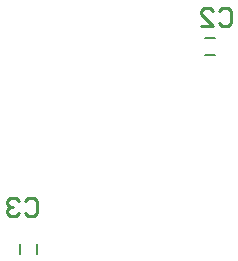
<source format=gbr>
%TF.GenerationSoftware,Altium Limited,Altium Designer,18.1.9 (240)*%
G04 Layer_Color=32896*
%FSLAX26Y26*%
%MOIN*%
%TF.FileFunction,Legend,Bot*%
%TF.Part,Single*%
G01*
G75*
%TA.AperFunction,NonConductor*%
%ADD25C,0.007874*%
%ADD26C,0.010000*%
D25*
X1444527Y1169252D02*
Y1200748D01*
X1385472Y1169252D02*
Y1200748D01*
X2004252Y1830473D02*
X2035748D01*
X2004252Y1889528D02*
X2035748D01*
D26*
X1404013Y1345984D02*
X1414010Y1355981D01*
X1434003D01*
X1444000Y1345984D01*
Y1305997D01*
X1434003Y1296000D01*
X1414010D01*
X1404013Y1305997D01*
X1384019Y1345984D02*
X1374023Y1355981D01*
X1354029D01*
X1344032Y1345984D01*
Y1335987D01*
X1354029Y1325990D01*
X1364026D01*
X1354029D01*
X1344032Y1315994D01*
Y1305997D01*
X1354029Y1296000D01*
X1374023D01*
X1384019Y1305997D01*
X2051013Y1978984D02*
X2061010Y1988981D01*
X2081003D01*
X2091000Y1978984D01*
Y1938997D01*
X2081003Y1929000D01*
X2061010D01*
X2051013Y1938997D01*
X1991033Y1929000D02*
X2031020D01*
X1991033Y1968987D01*
Y1978984D01*
X2001029Y1988981D01*
X2021023D01*
X2031020Y1978984D01*
%TF.MD5,1dfd051e6e5a31efd39fa46e4b384bcf*%
M02*

</source>
